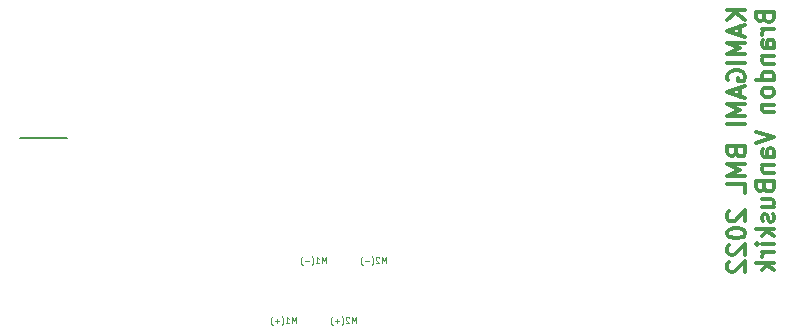
<source format=gbr>
%TF.GenerationSoftware,KiCad,Pcbnew,(6.0.7-1)-1*%
%TF.CreationDate,2022-09-15T19:16:24-07:00*%
%TF.ProjectId,KamiPCBv2,4b616d69-5043-4427-9632-2e6b69636164,rev?*%
%TF.SameCoordinates,Original*%
%TF.FileFunction,Legend,Bot*%
%TF.FilePolarity,Positive*%
%FSLAX46Y46*%
G04 Gerber Fmt 4.6, Leading zero omitted, Abs format (unit mm)*
G04 Created by KiCad (PCBNEW (6.0.7-1)-1) date 2022-09-15 19:16:24*
%MOMM*%
%LPD*%
G01*
G04 APERTURE LIST*
%ADD10C,0.300000*%
%ADD11C,0.125000*%
%ADD12C,0.203200*%
G04 APERTURE END LIST*
D10*
X171191071Y-98148571D02*
X169691071Y-98148571D01*
X171191071Y-99005714D02*
X170333928Y-98362857D01*
X169691071Y-99005714D02*
X170548214Y-98148571D01*
X170762500Y-99577142D02*
X170762500Y-100291428D01*
X171191071Y-99434285D02*
X169691071Y-99934285D01*
X171191071Y-100434285D01*
X171191071Y-100934285D02*
X169691071Y-100934285D01*
X170762500Y-101434285D01*
X169691071Y-101934285D01*
X171191071Y-101934285D01*
X171191071Y-102648571D02*
X169691071Y-102648571D01*
X169762500Y-104148571D02*
X169691071Y-104005714D01*
X169691071Y-103791428D01*
X169762500Y-103577142D01*
X169905357Y-103434285D01*
X170048214Y-103362857D01*
X170333928Y-103291428D01*
X170548214Y-103291428D01*
X170833928Y-103362857D01*
X170976785Y-103434285D01*
X171119642Y-103577142D01*
X171191071Y-103791428D01*
X171191071Y-103934285D01*
X171119642Y-104148571D01*
X171048214Y-104220000D01*
X170548214Y-104220000D01*
X170548214Y-103934285D01*
X170762500Y-104791428D02*
X170762500Y-105505714D01*
X171191071Y-104648571D02*
X169691071Y-105148571D01*
X171191071Y-105648571D01*
X171191071Y-106148571D02*
X169691071Y-106148571D01*
X170762500Y-106648571D01*
X169691071Y-107148571D01*
X171191071Y-107148571D01*
X171191071Y-107862857D02*
X169691071Y-107862857D01*
X170405357Y-110220000D02*
X170476785Y-110434285D01*
X170548214Y-110505714D01*
X170691071Y-110577142D01*
X170905357Y-110577142D01*
X171048214Y-110505714D01*
X171119642Y-110434285D01*
X171191071Y-110291428D01*
X171191071Y-109720000D01*
X169691071Y-109720000D01*
X169691071Y-110220000D01*
X169762500Y-110362857D01*
X169833928Y-110434285D01*
X169976785Y-110505714D01*
X170119642Y-110505714D01*
X170262500Y-110434285D01*
X170333928Y-110362857D01*
X170405357Y-110220000D01*
X170405357Y-109720000D01*
X171191071Y-111220000D02*
X169691071Y-111220000D01*
X170762500Y-111720000D01*
X169691071Y-112220000D01*
X171191071Y-112220000D01*
X171191071Y-113648571D02*
X171191071Y-112934285D01*
X169691071Y-112934285D01*
X169833928Y-115220000D02*
X169762500Y-115291428D01*
X169691071Y-115434285D01*
X169691071Y-115791428D01*
X169762500Y-115934285D01*
X169833928Y-116005714D01*
X169976785Y-116077142D01*
X170119642Y-116077142D01*
X170333928Y-116005714D01*
X171191071Y-115148571D01*
X171191071Y-116077142D01*
X169691071Y-117005714D02*
X169691071Y-117148571D01*
X169762500Y-117291428D01*
X169833928Y-117362857D01*
X169976785Y-117434285D01*
X170262500Y-117505714D01*
X170619642Y-117505714D01*
X170905357Y-117434285D01*
X171048214Y-117362857D01*
X171119642Y-117291428D01*
X171191071Y-117148571D01*
X171191071Y-117005714D01*
X171119642Y-116862857D01*
X171048214Y-116791428D01*
X170905357Y-116720000D01*
X170619642Y-116648571D01*
X170262500Y-116648571D01*
X169976785Y-116720000D01*
X169833928Y-116791428D01*
X169762500Y-116862857D01*
X169691071Y-117005714D01*
X169833928Y-118077142D02*
X169762500Y-118148571D01*
X169691071Y-118291428D01*
X169691071Y-118648571D01*
X169762500Y-118791428D01*
X169833928Y-118862857D01*
X169976785Y-118934285D01*
X170119642Y-118934285D01*
X170333928Y-118862857D01*
X171191071Y-118005714D01*
X171191071Y-118934285D01*
X169833928Y-119505714D02*
X169762500Y-119577142D01*
X169691071Y-119720000D01*
X169691071Y-120077142D01*
X169762500Y-120220000D01*
X169833928Y-120291428D01*
X169976785Y-120362857D01*
X170119642Y-120362857D01*
X170333928Y-120291428D01*
X171191071Y-119434285D01*
X171191071Y-120362857D01*
X172820357Y-98827142D02*
X172891785Y-99041428D01*
X172963214Y-99112857D01*
X173106071Y-99184285D01*
X173320357Y-99184285D01*
X173463214Y-99112857D01*
X173534642Y-99041428D01*
X173606071Y-98898571D01*
X173606071Y-98327142D01*
X172106071Y-98327142D01*
X172106071Y-98827142D01*
X172177500Y-98970000D01*
X172248928Y-99041428D01*
X172391785Y-99112857D01*
X172534642Y-99112857D01*
X172677500Y-99041428D01*
X172748928Y-98970000D01*
X172820357Y-98827142D01*
X172820357Y-98327142D01*
X173606071Y-99827142D02*
X172606071Y-99827142D01*
X172891785Y-99827142D02*
X172748928Y-99898571D01*
X172677500Y-99970000D01*
X172606071Y-100112857D01*
X172606071Y-100255714D01*
X173606071Y-101398571D02*
X172820357Y-101398571D01*
X172677500Y-101327142D01*
X172606071Y-101184285D01*
X172606071Y-100898571D01*
X172677500Y-100755714D01*
X173534642Y-101398571D02*
X173606071Y-101255714D01*
X173606071Y-100898571D01*
X173534642Y-100755714D01*
X173391785Y-100684285D01*
X173248928Y-100684285D01*
X173106071Y-100755714D01*
X173034642Y-100898571D01*
X173034642Y-101255714D01*
X172963214Y-101398571D01*
X172606071Y-102112857D02*
X173606071Y-102112857D01*
X172748928Y-102112857D02*
X172677500Y-102184285D01*
X172606071Y-102327142D01*
X172606071Y-102541428D01*
X172677500Y-102684285D01*
X172820357Y-102755714D01*
X173606071Y-102755714D01*
X173606071Y-104112857D02*
X172106071Y-104112857D01*
X173534642Y-104112857D02*
X173606071Y-103970000D01*
X173606071Y-103684285D01*
X173534642Y-103541428D01*
X173463214Y-103470000D01*
X173320357Y-103398571D01*
X172891785Y-103398571D01*
X172748928Y-103470000D01*
X172677500Y-103541428D01*
X172606071Y-103684285D01*
X172606071Y-103970000D01*
X172677500Y-104112857D01*
X173606071Y-105041428D02*
X173534642Y-104898571D01*
X173463214Y-104827142D01*
X173320357Y-104755714D01*
X172891785Y-104755714D01*
X172748928Y-104827142D01*
X172677500Y-104898571D01*
X172606071Y-105041428D01*
X172606071Y-105255714D01*
X172677500Y-105398571D01*
X172748928Y-105470000D01*
X172891785Y-105541428D01*
X173320357Y-105541428D01*
X173463214Y-105470000D01*
X173534642Y-105398571D01*
X173606071Y-105255714D01*
X173606071Y-105041428D01*
X172606071Y-106184285D02*
X173606071Y-106184285D01*
X172748928Y-106184285D02*
X172677500Y-106255714D01*
X172606071Y-106398571D01*
X172606071Y-106612857D01*
X172677500Y-106755714D01*
X172820357Y-106827142D01*
X173606071Y-106827142D01*
X172106071Y-108470000D02*
X173606071Y-108970000D01*
X172106071Y-109470000D01*
X173606071Y-110612857D02*
X172820357Y-110612857D01*
X172677500Y-110541428D01*
X172606071Y-110398571D01*
X172606071Y-110112857D01*
X172677500Y-109970000D01*
X173534642Y-110612857D02*
X173606071Y-110470000D01*
X173606071Y-110112857D01*
X173534642Y-109970000D01*
X173391785Y-109898571D01*
X173248928Y-109898571D01*
X173106071Y-109970000D01*
X173034642Y-110112857D01*
X173034642Y-110470000D01*
X172963214Y-110612857D01*
X172606071Y-111327142D02*
X173606071Y-111327142D01*
X172748928Y-111327142D02*
X172677500Y-111398571D01*
X172606071Y-111541428D01*
X172606071Y-111755714D01*
X172677500Y-111898571D01*
X172820357Y-111970000D01*
X173606071Y-111970000D01*
X172820357Y-113184285D02*
X172891785Y-113398571D01*
X172963214Y-113470000D01*
X173106071Y-113541428D01*
X173320357Y-113541428D01*
X173463214Y-113470000D01*
X173534642Y-113398571D01*
X173606071Y-113255714D01*
X173606071Y-112684285D01*
X172106071Y-112684285D01*
X172106071Y-113184285D01*
X172177500Y-113327142D01*
X172248928Y-113398571D01*
X172391785Y-113470000D01*
X172534642Y-113470000D01*
X172677500Y-113398571D01*
X172748928Y-113327142D01*
X172820357Y-113184285D01*
X172820357Y-112684285D01*
X172606071Y-114827142D02*
X173606071Y-114827142D01*
X172606071Y-114184285D02*
X173391785Y-114184285D01*
X173534642Y-114255714D01*
X173606071Y-114398571D01*
X173606071Y-114612857D01*
X173534642Y-114755714D01*
X173463214Y-114827142D01*
X173534642Y-115470000D02*
X173606071Y-115612857D01*
X173606071Y-115898571D01*
X173534642Y-116041428D01*
X173391785Y-116112857D01*
X173320357Y-116112857D01*
X173177500Y-116041428D01*
X173106071Y-115898571D01*
X173106071Y-115684285D01*
X173034642Y-115541428D01*
X172891785Y-115470000D01*
X172820357Y-115470000D01*
X172677500Y-115541428D01*
X172606071Y-115684285D01*
X172606071Y-115898571D01*
X172677500Y-116041428D01*
X173606071Y-116755714D02*
X172106071Y-116755714D01*
X173034642Y-116898571D02*
X173606071Y-117327142D01*
X172606071Y-117327142D02*
X173177500Y-116755714D01*
X173606071Y-117970000D02*
X172606071Y-117970000D01*
X172106071Y-117970000D02*
X172177500Y-117898571D01*
X172248928Y-117970000D01*
X172177500Y-118041428D01*
X172106071Y-117970000D01*
X172248928Y-117970000D01*
X173606071Y-118684285D02*
X172606071Y-118684285D01*
X172891785Y-118684285D02*
X172748928Y-118755714D01*
X172677500Y-118827142D01*
X172606071Y-118970000D01*
X172606071Y-119112857D01*
X173606071Y-119612857D02*
X172106071Y-119612857D01*
X173034642Y-119755714D02*
X173606071Y-120184285D01*
X172606071Y-120184285D02*
X173177500Y-119612857D01*
D11*
X133127619Y-124686190D02*
X133127619Y-124186190D01*
X132960952Y-124543333D01*
X132794285Y-124186190D01*
X132794285Y-124686190D01*
X132294285Y-124686190D02*
X132580000Y-124686190D01*
X132437142Y-124686190D02*
X132437142Y-124186190D01*
X132484761Y-124257619D01*
X132532380Y-124305238D01*
X132580000Y-124329047D01*
X131937142Y-124876666D02*
X131960952Y-124852857D01*
X132008571Y-124781428D01*
X132032380Y-124733809D01*
X132056190Y-124662380D01*
X132080000Y-124543333D01*
X132080000Y-124448095D01*
X132056190Y-124329047D01*
X132032380Y-124257619D01*
X132008571Y-124210000D01*
X131960952Y-124138571D01*
X131937142Y-124114761D01*
X131746666Y-124495714D02*
X131365714Y-124495714D01*
X131556190Y-124686190D02*
X131556190Y-124305238D01*
X131175238Y-124876666D02*
X131151428Y-124852857D01*
X131103809Y-124781428D01*
X131080000Y-124733809D01*
X131056190Y-124662380D01*
X131032380Y-124543333D01*
X131032380Y-124448095D01*
X131056190Y-124329047D01*
X131080000Y-124257619D01*
X131103809Y-124210000D01*
X131151428Y-124138571D01*
X131175238Y-124114761D01*
X135667619Y-119606190D02*
X135667619Y-119106190D01*
X135500952Y-119463333D01*
X135334285Y-119106190D01*
X135334285Y-119606190D01*
X134834285Y-119606190D02*
X135120000Y-119606190D01*
X134977142Y-119606190D02*
X134977142Y-119106190D01*
X135024761Y-119177619D01*
X135072380Y-119225238D01*
X135120000Y-119249047D01*
X134477142Y-119796666D02*
X134500952Y-119772857D01*
X134548571Y-119701428D01*
X134572380Y-119653809D01*
X134596190Y-119582380D01*
X134620000Y-119463333D01*
X134620000Y-119368095D01*
X134596190Y-119249047D01*
X134572380Y-119177619D01*
X134548571Y-119130000D01*
X134500952Y-119058571D01*
X134477142Y-119034761D01*
X134286666Y-119415714D02*
X133905714Y-119415714D01*
X133715238Y-119796666D02*
X133691428Y-119772857D01*
X133643809Y-119701428D01*
X133620000Y-119653809D01*
X133596190Y-119582380D01*
X133572380Y-119463333D01*
X133572380Y-119368095D01*
X133596190Y-119249047D01*
X133620000Y-119177619D01*
X133643809Y-119130000D01*
X133691428Y-119058571D01*
X133715238Y-119034761D01*
X140747619Y-119606190D02*
X140747619Y-119106190D01*
X140580952Y-119463333D01*
X140414285Y-119106190D01*
X140414285Y-119606190D01*
X140200000Y-119153809D02*
X140176190Y-119130000D01*
X140128571Y-119106190D01*
X140009523Y-119106190D01*
X139961904Y-119130000D01*
X139938095Y-119153809D01*
X139914285Y-119201428D01*
X139914285Y-119249047D01*
X139938095Y-119320476D01*
X140223809Y-119606190D01*
X139914285Y-119606190D01*
X139557142Y-119796666D02*
X139580952Y-119772857D01*
X139628571Y-119701428D01*
X139652380Y-119653809D01*
X139676190Y-119582380D01*
X139700000Y-119463333D01*
X139700000Y-119368095D01*
X139676190Y-119249047D01*
X139652380Y-119177619D01*
X139628571Y-119130000D01*
X139580952Y-119058571D01*
X139557142Y-119034761D01*
X139366666Y-119415714D02*
X138985714Y-119415714D01*
X138795238Y-119796666D02*
X138771428Y-119772857D01*
X138723809Y-119701428D01*
X138700000Y-119653809D01*
X138676190Y-119582380D01*
X138652380Y-119463333D01*
X138652380Y-119368095D01*
X138676190Y-119249047D01*
X138700000Y-119177619D01*
X138723809Y-119130000D01*
X138771428Y-119058571D01*
X138795238Y-119034761D01*
X138207619Y-124686190D02*
X138207619Y-124186190D01*
X138040952Y-124543333D01*
X137874285Y-124186190D01*
X137874285Y-124686190D01*
X137660000Y-124233809D02*
X137636190Y-124210000D01*
X137588571Y-124186190D01*
X137469523Y-124186190D01*
X137421904Y-124210000D01*
X137398095Y-124233809D01*
X137374285Y-124281428D01*
X137374285Y-124329047D01*
X137398095Y-124400476D01*
X137683809Y-124686190D01*
X137374285Y-124686190D01*
X137017142Y-124876666D02*
X137040952Y-124852857D01*
X137088571Y-124781428D01*
X137112380Y-124733809D01*
X137136190Y-124662380D01*
X137160000Y-124543333D01*
X137160000Y-124448095D01*
X137136190Y-124329047D01*
X137112380Y-124257619D01*
X137088571Y-124210000D01*
X137040952Y-124138571D01*
X137017142Y-124114761D01*
X136826666Y-124495714D02*
X136445714Y-124495714D01*
X136636190Y-124686190D02*
X136636190Y-124305238D01*
X136255238Y-124876666D02*
X136231428Y-124852857D01*
X136183809Y-124781428D01*
X136160000Y-124733809D01*
X136136190Y-124662380D01*
X136112380Y-124543333D01*
X136112380Y-124448095D01*
X136136190Y-124329047D01*
X136160000Y-124257619D01*
X136183809Y-124210000D01*
X136231428Y-124138571D01*
X136255238Y-124114761D01*
D12*
%TO.C,X1*%
X113800000Y-109000000D02*
X109800000Y-109000000D01*
%TD*%
M02*

</source>
